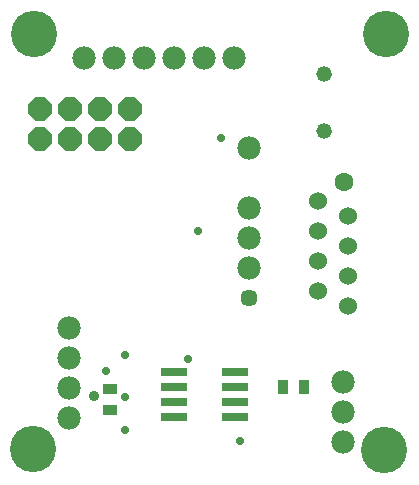
<source format=gbs>
G75*
G70*
%OFA0B0*%
%FSLAX24Y24*%
%IPPOS*%
%LPD*%
%AMOC8*
5,1,8,0,0,1.08239X$1,22.5*
%
%ADD10R,0.0910X0.0280*%
%ADD11C,0.0520*%
%ADD12R,0.0512X0.0355*%
%ADD13R,0.0355X0.0512*%
%ADD14C,0.0780*%
%ADD15C,0.0571*%
%ADD16OC8,0.0780*%
%ADD17C,0.0600*%
%ADD18C,0.0631*%
%ADD19C,0.0276*%
%ADD20C,0.0355*%
%ADD21C,0.1542*%
D10*
X009680Y006865D03*
X009680Y007365D03*
X009680Y007865D03*
X009680Y008365D03*
X011740Y008365D03*
X011740Y007865D03*
X011740Y007365D03*
X011740Y006865D03*
D11*
X014690Y016375D03*
X014690Y018275D03*
D12*
X007560Y007799D03*
X007560Y007091D03*
D13*
X013325Y007855D03*
X014034Y007855D03*
D14*
X015320Y008025D03*
X015320Y007025D03*
X015320Y006025D03*
X012190Y011825D03*
X012190Y012825D03*
X012190Y013825D03*
X012190Y015825D03*
X011690Y018825D03*
X010690Y018825D03*
X009690Y018825D03*
X008690Y018825D03*
X007690Y018825D03*
X006690Y018825D03*
X006190Y009825D03*
X006190Y008825D03*
X006190Y007825D03*
X006190Y006825D03*
D15*
X012190Y010825D03*
D16*
X008230Y016135D03*
X008230Y017135D03*
X007230Y017135D03*
X007230Y016135D03*
X006230Y016135D03*
X006230Y017135D03*
X005230Y017135D03*
X005230Y016135D03*
D17*
X014500Y014045D03*
X014500Y013045D03*
X014500Y012045D03*
X014500Y011045D03*
X015500Y010545D03*
X015500Y011545D03*
X015500Y012545D03*
X015500Y013545D03*
D18*
X015356Y014683D03*
D19*
X011270Y016145D03*
X010500Y013065D03*
X008050Y008935D03*
X007420Y008375D03*
X008050Y007535D03*
X008050Y006415D03*
X010150Y008795D03*
X011900Y006065D03*
D20*
X007015Y007545D03*
D21*
X004995Y005805D03*
X016680Y005745D03*
X016745Y019615D03*
X005025Y019615D03*
M02*

</source>
